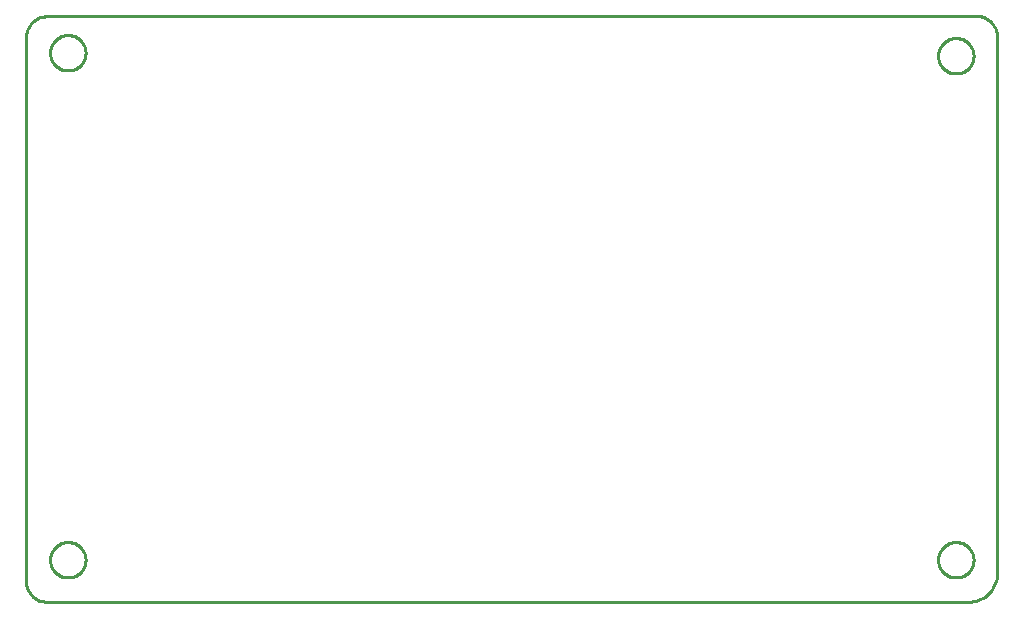
<source format=gbr>
G04 EAGLE Gerber RS-274X export*
G75*
%MOMM*%
%FSLAX34Y34*%
%LPD*%
%IN*%
%IPPOS*%
%AMOC8*
5,1,8,0,0,1.08239X$1,22.5*%
G01*
%ADD10C,0.254000*%


D10*
X0Y17344D02*
X66Y15832D01*
X264Y14332D01*
X591Y12855D01*
X1046Y11412D01*
X1625Y10014D01*
X2324Y8672D01*
X3137Y7396D01*
X4058Y6196D01*
X5080Y5080D01*
X6196Y4058D01*
X7396Y3137D01*
X8672Y2324D01*
X10014Y1625D01*
X11412Y1046D01*
X12855Y591D01*
X14332Y264D01*
X15832Y66D01*
X17344Y0D01*
X797948Y0D01*
X800061Y92D01*
X802159Y368D01*
X804225Y826D01*
X806242Y1463D01*
X808197Y2272D01*
X810074Y3249D01*
X811858Y4386D01*
X813537Y5674D01*
X815097Y7103D01*
X816526Y8663D01*
X817814Y10342D01*
X818951Y12126D01*
X819928Y14003D01*
X820737Y15958D01*
X821374Y17975D01*
X821832Y20041D01*
X822108Y22139D01*
X822200Y24252D01*
X822200Y478950D01*
X822136Y480420D01*
X821944Y481878D01*
X821626Y483314D01*
X821183Y484717D01*
X820620Y486076D01*
X819941Y487380D01*
X819151Y488621D01*
X818256Y489788D01*
X817262Y490872D01*
X816178Y491866D01*
X815011Y492761D01*
X813770Y493551D01*
X812466Y494230D01*
X811107Y494793D01*
X809704Y495236D01*
X808268Y495554D01*
X806810Y495746D01*
X805340Y495810D01*
X18206Y495810D01*
X16620Y495741D01*
X15045Y495533D01*
X13494Y495190D01*
X11979Y494712D01*
X10512Y494104D01*
X9103Y493371D01*
X7764Y492517D01*
X6504Y491551D01*
X5333Y490477D01*
X4260Y489306D01*
X3293Y488046D01*
X2439Y486707D01*
X1706Y485298D01*
X1098Y483831D01*
X620Y482316D01*
X277Y480765D01*
X69Y479190D01*
X0Y477604D01*
X0Y17344D01*
X802400Y35024D02*
X802324Y33956D01*
X802171Y32895D01*
X801943Y31848D01*
X801641Y30820D01*
X801267Y29816D01*
X800822Y28841D01*
X800308Y27901D01*
X799729Y27000D01*
X799087Y26142D01*
X798385Y25332D01*
X797628Y24575D01*
X796818Y23873D01*
X795960Y23231D01*
X795059Y22652D01*
X794119Y22138D01*
X793144Y21693D01*
X792140Y21319D01*
X791112Y21017D01*
X790065Y20789D01*
X789004Y20636D01*
X787936Y20560D01*
X786864Y20560D01*
X785796Y20636D01*
X784735Y20789D01*
X783688Y21017D01*
X782660Y21319D01*
X781656Y21693D01*
X780681Y22138D01*
X779741Y22652D01*
X778840Y23231D01*
X777982Y23873D01*
X777172Y24575D01*
X776415Y25332D01*
X775713Y26142D01*
X775071Y27000D01*
X774492Y27901D01*
X773978Y28841D01*
X773533Y29816D01*
X773159Y30820D01*
X772857Y31848D01*
X772629Y32895D01*
X772476Y33956D01*
X772400Y35024D01*
X772400Y36096D01*
X772476Y37164D01*
X772629Y38225D01*
X772857Y39272D01*
X773159Y40300D01*
X773533Y41304D01*
X773978Y42279D01*
X774492Y43219D01*
X775071Y44120D01*
X775713Y44978D01*
X776415Y45788D01*
X777172Y46545D01*
X777982Y47247D01*
X778840Y47889D01*
X779741Y48468D01*
X780681Y48982D01*
X781656Y49427D01*
X782660Y49801D01*
X783688Y50103D01*
X784735Y50331D01*
X785796Y50484D01*
X786864Y50560D01*
X787936Y50560D01*
X789004Y50484D01*
X790065Y50331D01*
X791112Y50103D01*
X792140Y49801D01*
X793144Y49427D01*
X794119Y48982D01*
X795059Y48468D01*
X795960Y47889D01*
X796818Y47247D01*
X797628Y46545D01*
X798385Y45788D01*
X799087Y44978D01*
X799729Y44120D01*
X800308Y43219D01*
X800822Y42279D01*
X801267Y41304D01*
X801641Y40300D01*
X801943Y39272D01*
X802171Y38225D01*
X802324Y37164D01*
X802400Y36096D01*
X802400Y35024D01*
X802400Y461744D02*
X802324Y460676D01*
X802171Y459615D01*
X801943Y458568D01*
X801641Y457540D01*
X801267Y456536D01*
X800822Y455561D01*
X800308Y454621D01*
X799729Y453720D01*
X799087Y452862D01*
X798385Y452052D01*
X797628Y451295D01*
X796818Y450593D01*
X795960Y449951D01*
X795059Y449372D01*
X794119Y448858D01*
X793144Y448413D01*
X792140Y448039D01*
X791112Y447737D01*
X790065Y447509D01*
X789004Y447356D01*
X787936Y447280D01*
X786864Y447280D01*
X785796Y447356D01*
X784735Y447509D01*
X783688Y447737D01*
X782660Y448039D01*
X781656Y448413D01*
X780681Y448858D01*
X779741Y449372D01*
X778840Y449951D01*
X777982Y450593D01*
X777172Y451295D01*
X776415Y452052D01*
X775713Y452862D01*
X775071Y453720D01*
X774492Y454621D01*
X773978Y455561D01*
X773533Y456536D01*
X773159Y457540D01*
X772857Y458568D01*
X772629Y459615D01*
X772476Y460676D01*
X772400Y461744D01*
X772400Y462816D01*
X772476Y463884D01*
X772629Y464945D01*
X772857Y465992D01*
X773159Y467020D01*
X773533Y468024D01*
X773978Y468999D01*
X774492Y469939D01*
X775071Y470840D01*
X775713Y471698D01*
X776415Y472508D01*
X777172Y473265D01*
X777982Y473967D01*
X778840Y474609D01*
X779741Y475188D01*
X780681Y475702D01*
X781656Y476147D01*
X782660Y476521D01*
X783688Y476823D01*
X784735Y477051D01*
X785796Y477204D01*
X786864Y477280D01*
X787936Y477280D01*
X789004Y477204D01*
X790065Y477051D01*
X791112Y476823D01*
X792140Y476521D01*
X793144Y476147D01*
X794119Y475702D01*
X795059Y475188D01*
X795960Y474609D01*
X796818Y473967D01*
X797628Y473265D01*
X798385Y472508D01*
X799087Y471698D01*
X799729Y470840D01*
X800308Y469939D01*
X800822Y468999D01*
X801267Y468024D01*
X801641Y467020D01*
X801943Y465992D01*
X802171Y464945D01*
X802324Y463884D01*
X802400Y462816D01*
X802400Y461744D01*
X50560Y464284D02*
X50484Y463216D01*
X50331Y462155D01*
X50103Y461108D01*
X49801Y460080D01*
X49427Y459076D01*
X48982Y458101D01*
X48468Y457161D01*
X47889Y456260D01*
X47247Y455402D01*
X46545Y454592D01*
X45788Y453835D01*
X44978Y453133D01*
X44120Y452491D01*
X43219Y451912D01*
X42279Y451398D01*
X41304Y450953D01*
X40300Y450579D01*
X39272Y450277D01*
X38225Y450049D01*
X37164Y449896D01*
X36096Y449820D01*
X35024Y449820D01*
X33956Y449896D01*
X32895Y450049D01*
X31848Y450277D01*
X30820Y450579D01*
X29816Y450953D01*
X28841Y451398D01*
X27901Y451912D01*
X27000Y452491D01*
X26142Y453133D01*
X25332Y453835D01*
X24575Y454592D01*
X23873Y455402D01*
X23231Y456260D01*
X22652Y457161D01*
X22138Y458101D01*
X21693Y459076D01*
X21319Y460080D01*
X21017Y461108D01*
X20789Y462155D01*
X20636Y463216D01*
X20560Y464284D01*
X20560Y465356D01*
X20636Y466424D01*
X20789Y467485D01*
X21017Y468532D01*
X21319Y469560D01*
X21693Y470564D01*
X22138Y471539D01*
X22652Y472479D01*
X23231Y473380D01*
X23873Y474238D01*
X24575Y475048D01*
X25332Y475805D01*
X26142Y476507D01*
X27000Y477149D01*
X27901Y477728D01*
X28841Y478242D01*
X29816Y478687D01*
X30820Y479061D01*
X31848Y479363D01*
X32895Y479591D01*
X33956Y479744D01*
X35024Y479820D01*
X36096Y479820D01*
X37164Y479744D01*
X38225Y479591D01*
X39272Y479363D01*
X40300Y479061D01*
X41304Y478687D01*
X42279Y478242D01*
X43219Y477728D01*
X44120Y477149D01*
X44978Y476507D01*
X45788Y475805D01*
X46545Y475048D01*
X47247Y474238D01*
X47889Y473380D01*
X48468Y472479D01*
X48982Y471539D01*
X49427Y470564D01*
X49801Y469560D01*
X50103Y468532D01*
X50331Y467485D01*
X50484Y466424D01*
X50560Y465356D01*
X50560Y464284D01*
X50560Y35024D02*
X50484Y33956D01*
X50331Y32895D01*
X50103Y31848D01*
X49801Y30820D01*
X49427Y29816D01*
X48982Y28841D01*
X48468Y27901D01*
X47889Y27000D01*
X47247Y26142D01*
X46545Y25332D01*
X45788Y24575D01*
X44978Y23873D01*
X44120Y23231D01*
X43219Y22652D01*
X42279Y22138D01*
X41304Y21693D01*
X40300Y21319D01*
X39272Y21017D01*
X38225Y20789D01*
X37164Y20636D01*
X36096Y20560D01*
X35024Y20560D01*
X33956Y20636D01*
X32895Y20789D01*
X31848Y21017D01*
X30820Y21319D01*
X29816Y21693D01*
X28841Y22138D01*
X27901Y22652D01*
X27000Y23231D01*
X26142Y23873D01*
X25332Y24575D01*
X24575Y25332D01*
X23873Y26142D01*
X23231Y27000D01*
X22652Y27901D01*
X22138Y28841D01*
X21693Y29816D01*
X21319Y30820D01*
X21017Y31848D01*
X20789Y32895D01*
X20636Y33956D01*
X20560Y35024D01*
X20560Y36096D01*
X20636Y37164D01*
X20789Y38225D01*
X21017Y39272D01*
X21319Y40300D01*
X21693Y41304D01*
X22138Y42279D01*
X22652Y43219D01*
X23231Y44120D01*
X23873Y44978D01*
X24575Y45788D01*
X25332Y46545D01*
X26142Y47247D01*
X27000Y47889D01*
X27901Y48468D01*
X28841Y48982D01*
X29816Y49427D01*
X30820Y49801D01*
X31848Y50103D01*
X32895Y50331D01*
X33956Y50484D01*
X35024Y50560D01*
X36096Y50560D01*
X37164Y50484D01*
X38225Y50331D01*
X39272Y50103D01*
X40300Y49801D01*
X41304Y49427D01*
X42279Y48982D01*
X43219Y48468D01*
X44120Y47889D01*
X44978Y47247D01*
X45788Y46545D01*
X46545Y45788D01*
X47247Y44978D01*
X47889Y44120D01*
X48468Y43219D01*
X48982Y42279D01*
X49427Y41304D01*
X49801Y40300D01*
X50103Y39272D01*
X50331Y38225D01*
X50484Y37164D01*
X50560Y36096D01*
X50560Y35024D01*
M02*

</source>
